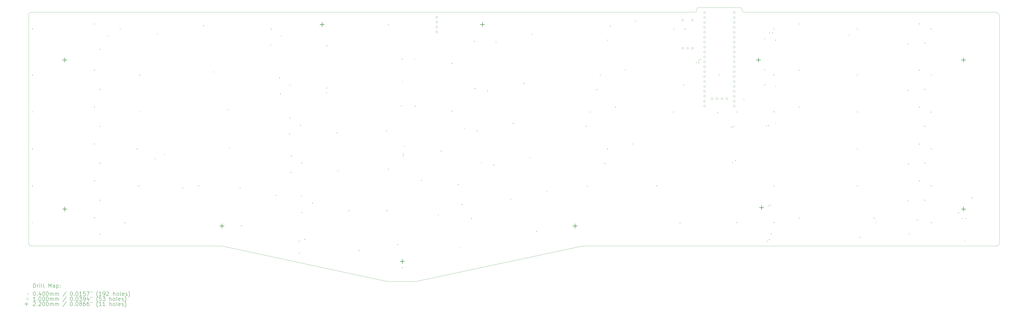
<source format=gbr>
%FSLAX45Y45*%
G04 Gerber Fmt 4.5, Leading zero omitted, Abs format (unit mm)*
G04 Created by KiCad (PCBNEW (6.0.1-0)) date 2022-06-21 10:21:53*
%MOMM*%
%LPD*%
G01*
G04 APERTURE LIST*
%TA.AperFunction,Profile*%
%ADD10C,0.100000*%
%TD*%
%ADD11C,0.200000*%
%ADD12C,0.040000*%
%ADD13C,0.100000*%
%ADD14C,0.220000*%
G04 APERTURE END LIST*
D10*
X208750Y-34766250D02*
X10001250Y-34766250D01*
X36779200Y-22542500D02*
G75*
G03*
X36699825Y-22463125I-79375J0D01*
G01*
X50035625Y-22939375D02*
G75*
G03*
X49797500Y-22701250I-238125J0D01*
G01*
X34448750Y-22621875D02*
X34448750Y-22542500D01*
X18494375Y-36591875D02*
X20002500Y-36591875D01*
X10001250Y-34766250D02*
X18494375Y-36591875D01*
X50035625Y-22939375D02*
X50035625Y-34607500D01*
X49876875Y-34766250D02*
X28575000Y-34766250D01*
X36779200Y-22621875D02*
G75*
G03*
X36858575Y-22701250I79375J0D01*
G01*
X208750Y-22701250D02*
X34369375Y-22701250D01*
X49876875Y-34766250D02*
G75*
G03*
X50035625Y-34607500I0J158750D01*
G01*
X34528125Y-22463125D02*
G75*
G03*
X34448750Y-22542500I0J-79375D01*
G01*
X208750Y-22701250D02*
G75*
G03*
X50000Y-22860000I0J-158750D01*
G01*
X34528125Y-22463125D02*
X36699825Y-22463125D01*
X50000Y-34607500D02*
G75*
G03*
X208750Y-34766250I158750J0D01*
G01*
X28575000Y-34766250D02*
X20002500Y-36591875D01*
X34369375Y-22701250D02*
G75*
G03*
X34448750Y-22621875I0J79375D01*
G01*
X36779200Y-22542500D02*
X36779200Y-22621875D01*
X36858575Y-22701250D02*
X49797500Y-22701250D01*
X50000Y-34607500D02*
X50000Y-22860000D01*
D11*
D12*
X227650Y-23538500D02*
X267650Y-23578500D01*
X267650Y-23538500D02*
X227650Y-23578500D01*
X227650Y-25926100D02*
X267650Y-25966100D01*
X267650Y-25926100D02*
X227650Y-25966100D01*
X227650Y-27818400D02*
X267650Y-27858400D01*
X267650Y-27818400D02*
X227650Y-27858400D01*
X227650Y-29736100D02*
X267650Y-29776100D01*
X267650Y-29736100D02*
X227650Y-29776100D01*
X227650Y-31641100D02*
X267650Y-31681100D01*
X267650Y-31641100D02*
X227650Y-31681100D01*
X227650Y-33533400D02*
X267650Y-33573400D01*
X267650Y-33533400D02*
X227650Y-33573400D01*
X3412810Y-23284500D02*
X3452810Y-23324500D01*
X3452810Y-23284500D02*
X3412810Y-23324500D01*
X3417890Y-25667020D02*
X3457890Y-25707020D01*
X3457890Y-25667020D02*
X3417890Y-25707020D01*
X3417890Y-27572020D02*
X3457890Y-27612020D01*
X3457890Y-27572020D02*
X3417890Y-27612020D01*
X3417890Y-29477020D02*
X3457890Y-29517020D01*
X3457890Y-29477020D02*
X3417890Y-29517020D01*
X3422970Y-31382020D02*
X3462970Y-31422020D01*
X3462970Y-31382020D02*
X3422970Y-31422020D01*
X3422970Y-33287020D02*
X3462970Y-33327020D01*
X3462970Y-33287020D02*
X3422970Y-33327020D01*
X3692210Y-26657620D02*
X3732210Y-26697620D01*
X3732210Y-26657620D02*
X3692210Y-26697620D01*
X3697290Y-24595140D02*
X3737290Y-24635140D01*
X3737290Y-24595140D02*
X3697290Y-24635140D01*
X3697290Y-28567700D02*
X3737290Y-28607700D01*
X3737290Y-28567700D02*
X3697290Y-28607700D01*
X3697290Y-30467620D02*
X3737290Y-30507620D01*
X3737290Y-30467620D02*
X3697290Y-30507620D01*
X3697290Y-32382780D02*
X3737290Y-32422780D01*
X3737290Y-32382780D02*
X3697290Y-32422780D01*
X3697290Y-34123950D02*
X3737290Y-34163950D01*
X3737290Y-34123950D02*
X3697290Y-34163950D01*
X4123375Y-23906800D02*
X4163375Y-23946800D01*
X4163375Y-23906800D02*
X4123375Y-23946800D01*
X4745675Y-23538500D02*
X4785675Y-23578500D01*
X4785675Y-23538500D02*
X4745675Y-23578500D01*
X4986975Y-33546100D02*
X5026975Y-33586100D01*
X5026975Y-33546100D02*
X4986975Y-33586100D01*
X5621975Y-29736100D02*
X5661975Y-29776100D01*
X5661975Y-29736100D02*
X5621975Y-29776100D01*
X5698175Y-31641100D02*
X5738175Y-31681100D01*
X5738175Y-31641100D02*
X5698175Y-31681100D01*
X5748975Y-25926100D02*
X5788975Y-25966100D01*
X5788975Y-25926100D02*
X5748975Y-25966100D01*
X5799775Y-27818400D02*
X5839775Y-27858400D01*
X5839775Y-27818400D02*
X5799775Y-27858400D01*
X6558837Y-30241162D02*
X6598837Y-30281162D01*
X6598837Y-30241162D02*
X6558837Y-30281162D01*
X6663375Y-23805200D02*
X6703375Y-23845200D01*
X6703375Y-23805200D02*
X6663375Y-23845200D01*
X7035402Y-30028200D02*
X7075402Y-30068200D01*
X7075402Y-30028200D02*
X7035402Y-30068200D01*
X7971475Y-31742700D02*
X8011475Y-31782700D01*
X8011475Y-31742700D02*
X7971475Y-31782700D01*
X8799913Y-31631337D02*
X8839913Y-31671337D01*
X8839913Y-31631337D02*
X8799913Y-31671337D01*
X9038275Y-23373400D02*
X9078275Y-23413400D01*
X9078275Y-23373400D02*
X9038275Y-23413400D01*
X9558975Y-25761000D02*
X9598975Y-25801000D01*
X9598975Y-25761000D02*
X9558975Y-25801000D01*
X10295575Y-27716800D02*
X10335575Y-27756800D01*
X10335575Y-27716800D02*
X10295575Y-27756800D01*
X10371775Y-29672600D02*
X10411775Y-29712600D01*
X10411775Y-29672600D02*
X10371775Y-29712600D01*
X10917875Y-31742700D02*
X10957875Y-31782700D01*
X10957875Y-31742700D02*
X10917875Y-31782700D01*
X10980284Y-33697409D02*
X11020284Y-33737409D01*
X11020284Y-33697409D02*
X10980284Y-33737409D01*
X12505375Y-24364000D02*
X12545375Y-24404000D01*
X12545375Y-24364000D02*
X12505375Y-24404000D01*
X12518075Y-23551200D02*
X12558075Y-23591200D01*
X12558075Y-23551200D02*
X12518075Y-23591200D01*
X12768137Y-32133075D02*
X12808137Y-32173075D01*
X12808137Y-32133075D02*
X12768137Y-32173075D01*
X12949875Y-26065800D02*
X12989875Y-26105800D01*
X12989875Y-26065800D02*
X12949875Y-26105800D01*
X12987975Y-26891300D02*
X13027975Y-26931300D01*
X13027975Y-26891300D02*
X12987975Y-26931300D01*
X13051475Y-23919500D02*
X13091475Y-23959500D01*
X13091475Y-23919500D02*
X13051475Y-23959500D01*
X13457875Y-28961400D02*
X13497875Y-29001400D01*
X13497875Y-28961400D02*
X13457875Y-29001400D01*
X13483275Y-28135900D02*
X13523275Y-28175900D01*
X13523275Y-28135900D02*
X13483275Y-28175900D01*
X13495975Y-26446800D02*
X13535975Y-26486800D01*
X13535975Y-26446800D02*
X13495975Y-26486800D01*
X13534075Y-30942600D02*
X13574075Y-30982600D01*
X13574075Y-30942600D02*
X13534075Y-30982600D01*
X13559475Y-30104400D02*
X13599475Y-30144400D01*
X13599475Y-30104400D02*
X13559475Y-30144400D01*
X13965875Y-34485900D02*
X14005875Y-34525900D01*
X14005875Y-34485900D02*
X13965875Y-34525900D01*
X13965875Y-35120900D02*
X14005875Y-35160900D01*
X14005875Y-35120900D02*
X13965875Y-35160900D01*
X14029375Y-28516900D02*
X14069375Y-28556900D01*
X14069375Y-28516900D02*
X14029375Y-28556900D01*
X14080175Y-32161800D02*
X14120175Y-32201800D01*
X14120175Y-32161800D02*
X14080175Y-32201800D01*
X14092875Y-30460000D02*
X14132875Y-30500000D01*
X14132875Y-30460000D02*
X14092875Y-30500000D01*
X14092875Y-33012700D02*
X14132875Y-33052700D01*
X14132875Y-33012700D02*
X14092875Y-33052700D01*
X14245275Y-34397000D02*
X14285275Y-34437000D01*
X14285275Y-34397000D02*
X14245275Y-34437000D01*
X14638975Y-32530100D02*
X14678975Y-32570100D01*
X14678975Y-32530100D02*
X14638975Y-32570100D01*
X15362875Y-26840500D02*
X15402875Y-26880500D01*
X15402875Y-26840500D02*
X15362875Y-26880500D01*
X15388275Y-24414800D02*
X15428275Y-24454800D01*
X15428275Y-24414800D02*
X15388275Y-24454800D01*
X15388275Y-26586500D02*
X15428275Y-26626500D01*
X15428275Y-26586500D02*
X15388275Y-26626500D01*
X15896275Y-28897900D02*
X15936275Y-28937900D01*
X15936275Y-28897900D02*
X15896275Y-28937900D01*
X15959775Y-30866400D02*
X15999775Y-30906400D01*
X15999775Y-30866400D02*
X15959775Y-30906400D01*
X16505875Y-32923800D02*
X16545875Y-32963800D01*
X16545875Y-32923800D02*
X16505875Y-32963800D01*
X17039275Y-34981200D02*
X17079275Y-35021200D01*
X17079275Y-34981200D02*
X17039275Y-35021200D01*
X18461675Y-28796300D02*
X18501675Y-28836300D01*
X18501675Y-28796300D02*
X18461675Y-28836300D01*
X18474375Y-32920625D02*
X18514375Y-32960625D01*
X18514375Y-32920625D02*
X18474375Y-32960625D01*
X18553750Y-23316250D02*
X18593750Y-23356250D01*
X18593750Y-23316250D02*
X18553750Y-23356250D01*
X18553750Y-30777500D02*
X18593750Y-30817500D01*
X18593750Y-30777500D02*
X18553750Y-30817500D01*
X19030000Y-34666875D02*
X19070000Y-34706875D01*
X19070000Y-34666875D02*
X19030000Y-34706875D01*
X19223675Y-27500900D02*
X19263675Y-27540900D01*
X19263675Y-27500900D02*
X19223675Y-27540900D01*
X19249075Y-25100600D02*
X19289075Y-25140600D01*
X19289075Y-25100600D02*
X19249075Y-25140600D01*
X19268125Y-26253125D02*
X19308125Y-26293125D01*
X19308125Y-26253125D02*
X19268125Y-26293125D01*
X19268125Y-35857500D02*
X19308125Y-35897500D01*
X19308125Y-35857500D02*
X19268125Y-35897500D01*
X19316325Y-30002800D02*
X19356325Y-30042800D01*
X19356325Y-30002800D02*
X19316325Y-30042800D01*
X19316325Y-30102750D02*
X19356325Y-30142750D01*
X19356325Y-30102750D02*
X19316325Y-30142750D01*
X19388775Y-29596400D02*
X19428775Y-29636400D01*
X19428775Y-29596400D02*
X19388775Y-29636400D01*
X19896775Y-25100600D02*
X19936775Y-25140600D01*
X19936775Y-25100600D02*
X19896775Y-25140600D01*
X19922175Y-27526300D02*
X19962175Y-27566300D01*
X19962175Y-27526300D02*
X19922175Y-27566300D01*
X20252375Y-31361700D02*
X20292375Y-31401700D01*
X20292375Y-31361700D02*
X20252375Y-31401700D01*
X21115975Y-33127000D02*
X21155975Y-33167000D01*
X21155975Y-33127000D02*
X21115975Y-33167000D01*
X21268375Y-29837700D02*
X21308375Y-29877700D01*
X21308375Y-29837700D02*
X21268375Y-29877700D01*
X21827175Y-25316500D02*
X21867175Y-25356500D01*
X21867175Y-25316500D02*
X21827175Y-25356500D01*
X21827175Y-27780300D02*
X21867175Y-27820300D01*
X21867175Y-27780300D02*
X21827175Y-27820300D01*
X22144675Y-31577600D02*
X22184675Y-31617600D01*
X22184675Y-31577600D02*
X22144675Y-31617600D01*
X22208175Y-34828800D02*
X22248175Y-34868800D01*
X22248175Y-34828800D02*
X22208175Y-34868800D01*
X22335175Y-32606300D02*
X22375175Y-32646300D01*
X22375175Y-32606300D02*
X22335175Y-32646300D01*
X22462175Y-28682000D02*
X22502175Y-28722000D01*
X22502175Y-28682000D02*
X22462175Y-28722000D01*
X22830475Y-33330200D02*
X22870475Y-33370200D01*
X22870475Y-33330200D02*
X22830475Y-33370200D01*
X22982875Y-24186200D02*
X23022875Y-24226200D01*
X23022875Y-24186200D02*
X22982875Y-24226200D01*
X23008275Y-26624600D02*
X23048275Y-26664600D01*
X23048275Y-26624600D02*
X23008275Y-26664600D01*
X23118428Y-28799296D02*
X23158428Y-28839296D01*
X23158428Y-28799296D02*
X23118428Y-28839296D01*
X23325775Y-30434600D02*
X23365775Y-30474600D01*
X23365775Y-30434600D02*
X23325775Y-30474600D01*
X23648414Y-26744039D02*
X23688414Y-26784039D01*
X23688414Y-26744039D02*
X23648414Y-26784039D01*
X23982028Y-30560786D02*
X24022028Y-30600786D01*
X24022028Y-30560786D02*
X23982028Y-30600786D01*
X24089739Y-24213564D02*
X24129739Y-24253564D01*
X24129739Y-24213564D02*
X24089739Y-24253564D01*
X24843088Y-32327356D02*
X24883088Y-32367356D01*
X24883088Y-32327356D02*
X24843088Y-32367356D01*
X24976775Y-28415300D02*
X25016775Y-28455300D01*
X25016775Y-28415300D02*
X24976775Y-28455300D01*
X25522875Y-26345200D02*
X25562875Y-26385200D01*
X25562875Y-26345200D02*
X25522875Y-26385200D01*
X25840375Y-30180600D02*
X25880375Y-30220600D01*
X25880375Y-30180600D02*
X25840375Y-30220600D01*
X25954675Y-23817900D02*
X25994675Y-23857900D01*
X25994675Y-23817900D02*
X25954675Y-23857900D01*
X26183275Y-33990600D02*
X26223275Y-34030600D01*
X26223275Y-33990600D02*
X26183275Y-34030600D01*
X26703975Y-31933200D02*
X26743975Y-31973200D01*
X26743975Y-31933200D02*
X26703975Y-31973200D01*
X28735975Y-28567700D02*
X28775975Y-28607700D01*
X28775975Y-28567700D02*
X28735975Y-28607700D01*
X28799475Y-31641100D02*
X28839475Y-31681100D01*
X28839475Y-31641100D02*
X28799475Y-31681100D01*
X28926475Y-27831100D02*
X28966475Y-27871100D01*
X28966475Y-27831100D02*
X28926475Y-27871100D01*
X29282075Y-26675400D02*
X29322075Y-26715400D01*
X29322075Y-26675400D02*
X29282075Y-26715400D01*
X29459875Y-25926100D02*
X29499875Y-25966100D01*
X29499875Y-25926100D02*
X29459875Y-25966100D01*
X29688475Y-30485400D02*
X29728475Y-30525400D01*
X29728475Y-30485400D02*
X29688475Y-30525400D01*
X29828175Y-29736100D02*
X29868175Y-29776100D01*
X29868175Y-29736100D02*
X29828175Y-29776100D01*
X29840875Y-24122700D02*
X29880875Y-24162700D01*
X29880875Y-24122700D02*
X29840875Y-24162700D01*
X29980575Y-23386100D02*
X30020575Y-23426100D01*
X30020575Y-23386100D02*
X29980575Y-23426100D01*
X30234575Y-27577100D02*
X30274575Y-27617100D01*
X30274575Y-27577100D02*
X30234575Y-27617100D01*
X30755275Y-25672100D02*
X30795275Y-25712100D01*
X30795275Y-25672100D02*
X30755275Y-25712100D01*
X31136275Y-29482100D02*
X31176275Y-29522100D01*
X31176275Y-29482100D02*
X31136275Y-29522100D01*
X31263275Y-23132100D02*
X31303275Y-23172100D01*
X31303275Y-23132100D02*
X31263275Y-23172100D01*
X32368175Y-31641100D02*
X32408175Y-31681100D01*
X32408175Y-31641100D02*
X32368175Y-31681100D01*
X33219075Y-27831100D02*
X33259075Y-27871100D01*
X33259075Y-27831100D02*
X33219075Y-27871100D01*
X33244000Y-23538500D02*
X33284000Y-23578500D01*
X33284000Y-23538500D02*
X33244000Y-23578500D01*
X33561975Y-33546100D02*
X33601975Y-33586100D01*
X33601975Y-33546100D02*
X33561975Y-33586100D01*
X33739775Y-26434100D02*
X33779775Y-26474100D01*
X33779775Y-26434100D02*
X33739775Y-26474100D01*
X33828675Y-23551200D02*
X33868675Y-23591200D01*
X33868675Y-23551200D02*
X33828675Y-23591200D01*
X34399745Y-25267944D02*
X34439745Y-25307944D01*
X34439745Y-25267944D02*
X34399745Y-25307944D01*
X34522152Y-25178040D02*
X34562152Y-25218040D01*
X34562152Y-25178040D02*
X34522152Y-25218040D01*
X34527175Y-25291100D02*
X34567175Y-25331100D01*
X34567175Y-25291100D02*
X34527175Y-25331100D01*
X34597122Y-25100600D02*
X34637122Y-25140600D01*
X34637122Y-25100600D02*
X34597122Y-25140600D01*
X35505075Y-27869200D02*
X35545075Y-27909200D01*
X35545075Y-27869200D02*
X35505075Y-27909200D01*
X35581275Y-25900700D02*
X35621275Y-25940700D01*
X35621275Y-25900700D02*
X35581275Y-25940700D01*
X36228975Y-28612306D02*
X36268975Y-28652306D01*
X36268975Y-28612306D02*
X36228975Y-28652306D01*
X36267075Y-30427402D02*
X36307075Y-30467402D01*
X36307075Y-30427402D02*
X36267075Y-30467402D01*
X36333321Y-28567354D02*
X36373321Y-28607354D01*
X36373321Y-28567354D02*
X36333321Y-28607354D01*
X36423225Y-30327454D02*
X36463225Y-30367454D01*
X36463225Y-30327454D02*
X36423225Y-30367454D01*
X36495675Y-27831100D02*
X36535675Y-27871100D01*
X36535675Y-27831100D02*
X36495675Y-27871100D01*
X36495675Y-33533400D02*
X36535675Y-33573400D01*
X36535675Y-33533400D02*
X36495675Y-33573400D01*
X36851275Y-27170700D02*
X36891275Y-27210700D01*
X36891275Y-27170700D02*
X36851275Y-27210700D01*
X37918075Y-24046500D02*
X37958075Y-24086500D01*
X37958075Y-24046500D02*
X37918075Y-24086500D01*
X37918075Y-25646700D02*
X37958075Y-25686700D01*
X37958075Y-25646700D02*
X37918075Y-25686700D01*
X37918075Y-26421400D02*
X37958075Y-26461400D01*
X37958075Y-26421400D02*
X37918075Y-26461400D01*
X38011774Y-28560587D02*
X38051774Y-28600587D01*
X38051774Y-28560587D02*
X38011774Y-28600587D01*
X38059425Y-34492450D02*
X38099425Y-34532450D01*
X38099425Y-34492450D02*
X38059425Y-34532450D01*
X38102431Y-32689844D02*
X38142431Y-32729844D01*
X38142431Y-32689844D02*
X38102431Y-32729844D01*
X38115355Y-28522820D02*
X38155355Y-28562820D01*
X38155355Y-28522820D02*
X38115355Y-28562820D01*
X38159375Y-34420000D02*
X38199375Y-34460000D01*
X38199375Y-34420000D02*
X38159375Y-34460000D01*
X38171645Y-23754830D02*
X38211645Y-23794830D01*
X38211645Y-23754830D02*
X38171645Y-23794830D01*
X38199289Y-32645354D02*
X38239289Y-32685354D01*
X38239289Y-32645354D02*
X38199289Y-32685354D01*
X38253355Y-34125220D02*
X38293355Y-34165220D01*
X38293355Y-34125220D02*
X38253355Y-34165220D01*
X38328225Y-23741700D02*
X38368225Y-23781700D01*
X38368225Y-23741700D02*
X38328225Y-23781700D01*
X38400675Y-23538500D02*
X38440675Y-23578500D01*
X38440675Y-23538500D02*
X38400675Y-23578500D01*
X38400675Y-25913400D02*
X38440675Y-25953400D01*
X38440675Y-25913400D02*
X38400675Y-25953400D01*
X38400675Y-27818400D02*
X38440675Y-27858400D01*
X38440675Y-27818400D02*
X38400675Y-27858400D01*
X38400675Y-31641100D02*
X38440675Y-31681100D01*
X38440675Y-31641100D02*
X38400675Y-31681100D01*
X38400675Y-33533400D02*
X38440675Y-33573400D01*
X38440675Y-33533400D02*
X38400675Y-33573400D01*
X38489575Y-24122700D02*
X38529575Y-24162700D01*
X38529575Y-24122700D02*
X38489575Y-24162700D01*
X38489575Y-26497600D02*
X38529575Y-26537600D01*
X38529575Y-26497600D02*
X38489575Y-26537600D01*
X38489575Y-28402600D02*
X38529575Y-28442600D01*
X38529575Y-28402600D02*
X38489575Y-28442600D01*
X39696075Y-23284500D02*
X39736075Y-23324500D01*
X39736075Y-23284500D02*
X39696075Y-23324500D01*
X39696075Y-25672100D02*
X39736075Y-25712100D01*
X39736075Y-25672100D02*
X39696075Y-25712100D01*
X39696075Y-27577100D02*
X39736075Y-27617100D01*
X39736075Y-27577100D02*
X39696075Y-27617100D01*
X39696075Y-33292100D02*
X39736075Y-33332100D01*
X39736075Y-33292100D02*
X39696075Y-33332100D01*
X42274175Y-23856000D02*
X42314175Y-23896000D01*
X42314175Y-23856000D02*
X42274175Y-23896000D01*
X42689625Y-25919750D02*
X42729625Y-25959750D01*
X42729625Y-25919750D02*
X42689625Y-25959750D01*
X42689625Y-27824750D02*
X42729625Y-27864750D01*
X42729625Y-27824750D02*
X42689625Y-27864750D01*
X42689625Y-29729750D02*
X42729625Y-29769750D01*
X42729625Y-29729750D02*
X42689625Y-29769750D01*
X42689625Y-31634750D02*
X42729625Y-31674750D01*
X42729625Y-31634750D02*
X42689625Y-31674750D01*
X42691450Y-23536675D02*
X42731450Y-23576675D01*
X42731450Y-23536675D02*
X42691450Y-23576675D01*
X42813925Y-34301750D02*
X42853925Y-34341750D01*
X42853925Y-34301750D02*
X42813925Y-34341750D01*
X43556875Y-33304800D02*
X43596875Y-33344800D01*
X43596875Y-33304800D02*
X43556875Y-33344800D01*
X43645775Y-33533400D02*
X43685775Y-33573400D01*
X43685775Y-33533400D02*
X43645775Y-33573400D01*
X45296775Y-26713500D02*
X45336775Y-26753500D01*
X45336775Y-26713500D02*
X45296775Y-26753500D01*
X45309475Y-24325900D02*
X45349475Y-24365900D01*
X45349475Y-24325900D02*
X45309475Y-24365900D01*
X45309475Y-32403100D02*
X45349475Y-32443100D01*
X45349475Y-32403100D02*
X45309475Y-32443100D01*
X45322175Y-30498100D02*
X45362175Y-30538100D01*
X45362175Y-30498100D02*
X45322175Y-30538100D01*
X45347575Y-34117600D02*
X45387575Y-34157600D01*
X45387575Y-34117600D02*
X45347575Y-34157600D01*
X45779375Y-33393700D02*
X45819375Y-33433700D01*
X45819375Y-33393700D02*
X45779375Y-33433700D01*
X45880975Y-23284500D02*
X45920975Y-23324500D01*
X45920975Y-23284500D02*
X45880975Y-23324500D01*
X45880975Y-25672100D02*
X45920975Y-25712100D01*
X45920975Y-25672100D02*
X45880975Y-25712100D01*
X45880975Y-27577100D02*
X45920975Y-27617100D01*
X45920975Y-27577100D02*
X45880975Y-27617100D01*
X45880975Y-29482100D02*
X45920975Y-29522100D01*
X45920975Y-29482100D02*
X45880975Y-29522100D01*
X45880975Y-31387100D02*
X45920975Y-31427100D01*
X45920975Y-31387100D02*
X45880975Y-31427100D01*
X46160375Y-24275100D02*
X46200375Y-24315100D01*
X46200375Y-24275100D02*
X46160375Y-24315100D01*
X46160375Y-26662700D02*
X46200375Y-26702700D01*
X46200375Y-26662700D02*
X46160375Y-26702700D01*
X46160375Y-28567700D02*
X46200375Y-28607700D01*
X46200375Y-28567700D02*
X46160375Y-28607700D01*
X46160375Y-30472700D02*
X46200375Y-30512700D01*
X46200375Y-30472700D02*
X46160375Y-30512700D01*
X46160375Y-32377700D02*
X46200375Y-32417700D01*
X46200375Y-32377700D02*
X46160375Y-32417700D01*
X46490575Y-23538500D02*
X46530575Y-23578500D01*
X46530575Y-23538500D02*
X46490575Y-23578500D01*
X46490575Y-25913400D02*
X46530575Y-25953400D01*
X46530575Y-25913400D02*
X46490575Y-25953400D01*
X46490575Y-27831100D02*
X46530575Y-27871100D01*
X46530575Y-27831100D02*
X46490575Y-27871100D01*
X46490575Y-31641100D02*
X46530575Y-31681100D01*
X46530575Y-31641100D02*
X46490575Y-31681100D01*
X46503275Y-29723400D02*
X46543275Y-29763400D01*
X46543275Y-29723400D02*
X46503275Y-29763400D01*
X46503275Y-33533400D02*
X46543275Y-33573400D01*
X46543275Y-33533400D02*
X46503275Y-33573400D01*
X47900275Y-33025848D02*
X47940275Y-33065848D01*
X47940275Y-33025848D02*
X47900275Y-33065848D01*
X48065625Y-33326250D02*
X48105625Y-33366250D01*
X48105625Y-33326250D02*
X48065625Y-33366250D01*
X48217775Y-34473200D02*
X48257775Y-34513200D01*
X48257775Y-34473200D02*
X48217775Y-34513200D01*
X48255625Y-33326250D02*
X48295625Y-33366250D01*
X48295625Y-33326250D02*
X48255625Y-33366250D01*
X48598775Y-32250700D02*
X48638775Y-32290700D01*
X48638775Y-32250700D02*
X48598775Y-32290700D01*
D13*
X21113575Y-22955250D02*
G75*
G03*
X21113575Y-22955250I-50000J0D01*
G01*
X21113575Y-23209250D02*
G75*
G03*
X21113575Y-23209250I-50000J0D01*
G01*
X21113575Y-23463250D02*
G75*
G03*
X21113575Y-23463250I-50000J0D01*
G01*
X21113575Y-23717250D02*
G75*
G03*
X21113575Y-23717250I-50000J0D01*
G01*
X33772500Y-23112500D02*
G75*
G03*
X33772500Y-23112500I-50000J0D01*
G01*
X33772500Y-24562500D02*
G75*
G03*
X33772500Y-24562500I-50000J0D01*
G01*
X34022500Y-24562500D02*
G75*
G03*
X34022500Y-24562500I-50000J0D01*
G01*
X34272500Y-23112500D02*
G75*
G03*
X34272500Y-23112500I-50000J0D01*
G01*
X34272500Y-24562500D02*
G75*
G03*
X34272500Y-24562500I-50000J0D01*
G01*
X34901975Y-22720300D02*
G75*
G03*
X34901975Y-22720300I-50000J0D01*
G01*
X34901975Y-22974300D02*
G75*
G03*
X34901975Y-22974300I-50000J0D01*
G01*
X34901975Y-23228300D02*
G75*
G03*
X34901975Y-23228300I-50000J0D01*
G01*
X34901975Y-23482300D02*
G75*
G03*
X34901975Y-23482300I-50000J0D01*
G01*
X34901975Y-23736300D02*
G75*
G03*
X34901975Y-23736300I-50000J0D01*
G01*
X34901975Y-23990300D02*
G75*
G03*
X34901975Y-23990300I-50000J0D01*
G01*
X34901975Y-24244300D02*
G75*
G03*
X34901975Y-24244300I-50000J0D01*
G01*
X34901975Y-24498300D02*
G75*
G03*
X34901975Y-24498300I-50000J0D01*
G01*
X34901975Y-24752300D02*
G75*
G03*
X34901975Y-24752300I-50000J0D01*
G01*
X34901975Y-25006300D02*
G75*
G03*
X34901975Y-25006300I-50000J0D01*
G01*
X34901975Y-25260300D02*
G75*
G03*
X34901975Y-25260300I-50000J0D01*
G01*
X34901975Y-25514300D02*
G75*
G03*
X34901975Y-25514300I-50000J0D01*
G01*
X34901975Y-25768300D02*
G75*
G03*
X34901975Y-25768300I-50000J0D01*
G01*
X34901975Y-26022300D02*
G75*
G03*
X34901975Y-26022300I-50000J0D01*
G01*
X34901975Y-26276300D02*
G75*
G03*
X34901975Y-26276300I-50000J0D01*
G01*
X34901975Y-26530300D02*
G75*
G03*
X34901975Y-26530300I-50000J0D01*
G01*
X34901975Y-26784300D02*
G75*
G03*
X34901975Y-26784300I-50000J0D01*
G01*
X34901975Y-27038300D02*
G75*
G03*
X34901975Y-27038300I-50000J0D01*
G01*
X34901975Y-27292300D02*
G75*
G03*
X34901975Y-27292300I-50000J0D01*
G01*
X34901975Y-27546300D02*
G75*
G03*
X34901975Y-27546300I-50000J0D01*
G01*
X35282775Y-27165200D02*
G75*
G03*
X35282775Y-27165200I-50000J0D01*
G01*
X35536775Y-27165200D02*
G75*
G03*
X35536775Y-27165200I-50000J0D01*
G01*
X35790775Y-27165200D02*
G75*
G03*
X35790775Y-27165200I-50000J0D01*
G01*
X36044775Y-27165200D02*
G75*
G03*
X36044775Y-27165200I-50000J0D01*
G01*
X36425975Y-22720300D02*
G75*
G03*
X36425975Y-22720300I-50000J0D01*
G01*
X36425975Y-22974300D02*
G75*
G03*
X36425975Y-22974300I-50000J0D01*
G01*
X36425975Y-23228300D02*
G75*
G03*
X36425975Y-23228300I-50000J0D01*
G01*
X36425975Y-23482300D02*
G75*
G03*
X36425975Y-23482300I-50000J0D01*
G01*
X36425975Y-23736300D02*
G75*
G03*
X36425975Y-23736300I-50000J0D01*
G01*
X36425975Y-23990300D02*
G75*
G03*
X36425975Y-23990300I-50000J0D01*
G01*
X36425975Y-24244300D02*
G75*
G03*
X36425975Y-24244300I-50000J0D01*
G01*
X36425975Y-24498300D02*
G75*
G03*
X36425975Y-24498300I-50000J0D01*
G01*
X36425975Y-24752300D02*
G75*
G03*
X36425975Y-24752300I-50000J0D01*
G01*
X36425975Y-25006300D02*
G75*
G03*
X36425975Y-25006300I-50000J0D01*
G01*
X36425975Y-25260300D02*
G75*
G03*
X36425975Y-25260300I-50000J0D01*
G01*
X36425975Y-25514300D02*
G75*
G03*
X36425975Y-25514300I-50000J0D01*
G01*
X36425975Y-25768300D02*
G75*
G03*
X36425975Y-25768300I-50000J0D01*
G01*
X36425975Y-26022300D02*
G75*
G03*
X36425975Y-26022300I-50000J0D01*
G01*
X36425975Y-26276300D02*
G75*
G03*
X36425975Y-26276300I-50000J0D01*
G01*
X36425975Y-26530300D02*
G75*
G03*
X36425975Y-26530300I-50000J0D01*
G01*
X36425975Y-26784300D02*
G75*
G03*
X36425975Y-26784300I-50000J0D01*
G01*
X36425975Y-27038300D02*
G75*
G03*
X36425975Y-27038300I-50000J0D01*
G01*
X36425975Y-27292300D02*
G75*
G03*
X36425975Y-27292300I-50000J0D01*
G01*
X36425975Y-27546300D02*
G75*
G03*
X36425975Y-27546300I-50000J0D01*
G01*
D14*
X1905000Y-25051875D02*
X1905000Y-25271875D01*
X1795000Y-25161875D02*
X2015000Y-25161875D01*
X1905000Y-32751250D02*
X1905000Y-32971250D01*
X1795000Y-32861250D02*
X2015000Y-32861250D01*
X10001250Y-33624375D02*
X10001250Y-33844375D01*
X9891250Y-33734375D02*
X10111250Y-33734375D01*
X15160625Y-23226250D02*
X15160625Y-23446250D01*
X15050625Y-23336250D02*
X15270625Y-23336250D01*
X19288125Y-35450000D02*
X19288125Y-35670000D01*
X19178125Y-35560000D02*
X19398125Y-35560000D01*
X23415625Y-23226250D02*
X23415625Y-23446250D01*
X23305625Y-23336250D02*
X23525625Y-23336250D01*
X28178125Y-33624375D02*
X28178125Y-33844375D01*
X28068125Y-33734375D02*
X28288125Y-33734375D01*
X37623750Y-25051875D02*
X37623750Y-25271875D01*
X37513750Y-25161875D02*
X37733750Y-25161875D01*
X37782500Y-32671875D02*
X37782500Y-32891875D01*
X37672500Y-32781875D02*
X37892500Y-32781875D01*
X48180625Y-25051875D02*
X48180625Y-25271875D01*
X48070625Y-25161875D02*
X48290625Y-25161875D01*
X48180625Y-32751250D02*
X48180625Y-32971250D01*
X48070625Y-32861250D02*
X48290625Y-32861250D01*
D11*
X302619Y-36907351D02*
X302619Y-36707351D01*
X350238Y-36707351D01*
X378809Y-36716875D01*
X397857Y-36735923D01*
X407381Y-36754970D01*
X416905Y-36793065D01*
X416905Y-36821637D01*
X407381Y-36859732D01*
X397857Y-36878780D01*
X378809Y-36897827D01*
X350238Y-36907351D01*
X302619Y-36907351D01*
X502619Y-36907351D02*
X502619Y-36774018D01*
X502619Y-36812113D02*
X512143Y-36793065D01*
X521667Y-36783542D01*
X540714Y-36774018D01*
X559762Y-36774018D01*
X626429Y-36907351D02*
X626429Y-36774018D01*
X626429Y-36707351D02*
X616905Y-36716875D01*
X626429Y-36726399D01*
X635952Y-36716875D01*
X626429Y-36707351D01*
X626429Y-36726399D01*
X750238Y-36907351D02*
X731190Y-36897827D01*
X721667Y-36878780D01*
X721667Y-36707351D01*
X855000Y-36907351D02*
X835952Y-36897827D01*
X826428Y-36878780D01*
X826428Y-36707351D01*
X1083571Y-36907351D02*
X1083571Y-36707351D01*
X1150238Y-36850208D01*
X1216905Y-36707351D01*
X1216905Y-36907351D01*
X1397857Y-36907351D02*
X1397857Y-36802589D01*
X1388333Y-36783542D01*
X1369286Y-36774018D01*
X1331190Y-36774018D01*
X1312143Y-36783542D01*
X1397857Y-36897827D02*
X1378810Y-36907351D01*
X1331190Y-36907351D01*
X1312143Y-36897827D01*
X1302619Y-36878780D01*
X1302619Y-36859732D01*
X1312143Y-36840685D01*
X1331190Y-36831161D01*
X1378810Y-36831161D01*
X1397857Y-36821637D01*
X1493095Y-36774018D02*
X1493095Y-36974018D01*
X1493095Y-36783542D02*
X1512143Y-36774018D01*
X1550238Y-36774018D01*
X1569286Y-36783542D01*
X1578809Y-36793065D01*
X1588333Y-36812113D01*
X1588333Y-36869256D01*
X1578809Y-36888304D01*
X1569286Y-36897827D01*
X1550238Y-36907351D01*
X1512143Y-36907351D01*
X1493095Y-36897827D01*
X1674048Y-36888304D02*
X1683571Y-36897827D01*
X1674048Y-36907351D01*
X1664524Y-36897827D01*
X1674048Y-36888304D01*
X1674048Y-36907351D01*
X1674048Y-36783542D02*
X1683571Y-36793065D01*
X1674048Y-36802589D01*
X1664524Y-36793065D01*
X1674048Y-36783542D01*
X1674048Y-36802589D01*
D12*
X5000Y-37216875D02*
X45000Y-37256875D01*
X45000Y-37216875D02*
X5000Y-37256875D01*
D11*
X340714Y-37127351D02*
X359762Y-37127351D01*
X378809Y-37136875D01*
X388333Y-37146399D01*
X397857Y-37165446D01*
X407381Y-37203542D01*
X407381Y-37251161D01*
X397857Y-37289256D01*
X388333Y-37308304D01*
X378809Y-37317827D01*
X359762Y-37327351D01*
X340714Y-37327351D01*
X321667Y-37317827D01*
X312143Y-37308304D01*
X302619Y-37289256D01*
X293095Y-37251161D01*
X293095Y-37203542D01*
X302619Y-37165446D01*
X312143Y-37146399D01*
X321667Y-37136875D01*
X340714Y-37127351D01*
X493095Y-37308304D02*
X502619Y-37317827D01*
X493095Y-37327351D01*
X483571Y-37317827D01*
X493095Y-37308304D01*
X493095Y-37327351D01*
X674048Y-37194018D02*
X674048Y-37327351D01*
X626429Y-37117827D02*
X578810Y-37260685D01*
X702619Y-37260685D01*
X816905Y-37127351D02*
X835952Y-37127351D01*
X855000Y-37136875D01*
X864524Y-37146399D01*
X874048Y-37165446D01*
X883571Y-37203542D01*
X883571Y-37251161D01*
X874048Y-37289256D01*
X864524Y-37308304D01*
X855000Y-37317827D01*
X835952Y-37327351D01*
X816905Y-37327351D01*
X797857Y-37317827D01*
X788333Y-37308304D01*
X778809Y-37289256D01*
X769286Y-37251161D01*
X769286Y-37203542D01*
X778809Y-37165446D01*
X788333Y-37146399D01*
X797857Y-37136875D01*
X816905Y-37127351D01*
X1007381Y-37127351D02*
X1026428Y-37127351D01*
X1045476Y-37136875D01*
X1055000Y-37146399D01*
X1064524Y-37165446D01*
X1074048Y-37203542D01*
X1074048Y-37251161D01*
X1064524Y-37289256D01*
X1055000Y-37308304D01*
X1045476Y-37317827D01*
X1026428Y-37327351D01*
X1007381Y-37327351D01*
X988333Y-37317827D01*
X978809Y-37308304D01*
X969286Y-37289256D01*
X959762Y-37251161D01*
X959762Y-37203542D01*
X969286Y-37165446D01*
X978809Y-37146399D01*
X988333Y-37136875D01*
X1007381Y-37127351D01*
X1159762Y-37327351D02*
X1159762Y-37194018D01*
X1159762Y-37213065D02*
X1169286Y-37203542D01*
X1188333Y-37194018D01*
X1216905Y-37194018D01*
X1235952Y-37203542D01*
X1245476Y-37222589D01*
X1245476Y-37327351D01*
X1245476Y-37222589D02*
X1255000Y-37203542D01*
X1274048Y-37194018D01*
X1302619Y-37194018D01*
X1321667Y-37203542D01*
X1331190Y-37222589D01*
X1331190Y-37327351D01*
X1426428Y-37327351D02*
X1426428Y-37194018D01*
X1426428Y-37213065D02*
X1435952Y-37203542D01*
X1455000Y-37194018D01*
X1483571Y-37194018D01*
X1502619Y-37203542D01*
X1512143Y-37222589D01*
X1512143Y-37327351D01*
X1512143Y-37222589D02*
X1521667Y-37203542D01*
X1540714Y-37194018D01*
X1569286Y-37194018D01*
X1588333Y-37203542D01*
X1597857Y-37222589D01*
X1597857Y-37327351D01*
X1988333Y-37117827D02*
X1816905Y-37374970D01*
X2245476Y-37127351D02*
X2264524Y-37127351D01*
X2283571Y-37136875D01*
X2293095Y-37146399D01*
X2302619Y-37165446D01*
X2312143Y-37203542D01*
X2312143Y-37251161D01*
X2302619Y-37289256D01*
X2293095Y-37308304D01*
X2283571Y-37317827D01*
X2264524Y-37327351D01*
X2245476Y-37327351D01*
X2226429Y-37317827D01*
X2216905Y-37308304D01*
X2207381Y-37289256D01*
X2197857Y-37251161D01*
X2197857Y-37203542D01*
X2207381Y-37165446D01*
X2216905Y-37146399D01*
X2226429Y-37136875D01*
X2245476Y-37127351D01*
X2397857Y-37308304D02*
X2407381Y-37317827D01*
X2397857Y-37327351D01*
X2388333Y-37317827D01*
X2397857Y-37308304D01*
X2397857Y-37327351D01*
X2531190Y-37127351D02*
X2550238Y-37127351D01*
X2569286Y-37136875D01*
X2578810Y-37146399D01*
X2588333Y-37165446D01*
X2597857Y-37203542D01*
X2597857Y-37251161D01*
X2588333Y-37289256D01*
X2578810Y-37308304D01*
X2569286Y-37317827D01*
X2550238Y-37327351D01*
X2531190Y-37327351D01*
X2512143Y-37317827D01*
X2502619Y-37308304D01*
X2493095Y-37289256D01*
X2483571Y-37251161D01*
X2483571Y-37203542D01*
X2493095Y-37165446D01*
X2502619Y-37146399D01*
X2512143Y-37136875D01*
X2531190Y-37127351D01*
X2788333Y-37327351D02*
X2674048Y-37327351D01*
X2731190Y-37327351D02*
X2731190Y-37127351D01*
X2712143Y-37155923D01*
X2693095Y-37174970D01*
X2674048Y-37184494D01*
X2969286Y-37127351D02*
X2874048Y-37127351D01*
X2864524Y-37222589D01*
X2874048Y-37213065D01*
X2893095Y-37203542D01*
X2940714Y-37203542D01*
X2959762Y-37213065D01*
X2969286Y-37222589D01*
X2978809Y-37241637D01*
X2978809Y-37289256D01*
X2969286Y-37308304D01*
X2959762Y-37317827D01*
X2940714Y-37327351D01*
X2893095Y-37327351D01*
X2874048Y-37317827D01*
X2864524Y-37308304D01*
X3045476Y-37127351D02*
X3178809Y-37127351D01*
X3093095Y-37327351D01*
X3245476Y-37127351D02*
X3245476Y-37165446D01*
X3321667Y-37127351D02*
X3321667Y-37165446D01*
X3616905Y-37403542D02*
X3607381Y-37394018D01*
X3588333Y-37365446D01*
X3578809Y-37346399D01*
X3569286Y-37317827D01*
X3559762Y-37270208D01*
X3559762Y-37232113D01*
X3569286Y-37184494D01*
X3578809Y-37155923D01*
X3588333Y-37136875D01*
X3607381Y-37108304D01*
X3616905Y-37098780D01*
X3797857Y-37327351D02*
X3683571Y-37327351D01*
X3740714Y-37327351D02*
X3740714Y-37127351D01*
X3721667Y-37155923D01*
X3702619Y-37174970D01*
X3683571Y-37184494D01*
X3893095Y-37327351D02*
X3931190Y-37327351D01*
X3950238Y-37317827D01*
X3959762Y-37308304D01*
X3978809Y-37279732D01*
X3988333Y-37241637D01*
X3988333Y-37165446D01*
X3978809Y-37146399D01*
X3969286Y-37136875D01*
X3950238Y-37127351D01*
X3912143Y-37127351D01*
X3893095Y-37136875D01*
X3883571Y-37146399D01*
X3874048Y-37165446D01*
X3874048Y-37213065D01*
X3883571Y-37232113D01*
X3893095Y-37241637D01*
X3912143Y-37251161D01*
X3950238Y-37251161D01*
X3969286Y-37241637D01*
X3978809Y-37232113D01*
X3988333Y-37213065D01*
X4064524Y-37146399D02*
X4074048Y-37136875D01*
X4093095Y-37127351D01*
X4140714Y-37127351D01*
X4159762Y-37136875D01*
X4169286Y-37146399D01*
X4178809Y-37165446D01*
X4178809Y-37184494D01*
X4169286Y-37213065D01*
X4055000Y-37327351D01*
X4178809Y-37327351D01*
X4416905Y-37327351D02*
X4416905Y-37127351D01*
X4502619Y-37327351D02*
X4502619Y-37222589D01*
X4493095Y-37203542D01*
X4474048Y-37194018D01*
X4445476Y-37194018D01*
X4426429Y-37203542D01*
X4416905Y-37213065D01*
X4626429Y-37327351D02*
X4607381Y-37317827D01*
X4597857Y-37308304D01*
X4588333Y-37289256D01*
X4588333Y-37232113D01*
X4597857Y-37213065D01*
X4607381Y-37203542D01*
X4626429Y-37194018D01*
X4655000Y-37194018D01*
X4674048Y-37203542D01*
X4683571Y-37213065D01*
X4693095Y-37232113D01*
X4693095Y-37289256D01*
X4683571Y-37308304D01*
X4674048Y-37317827D01*
X4655000Y-37327351D01*
X4626429Y-37327351D01*
X4807381Y-37327351D02*
X4788333Y-37317827D01*
X4778810Y-37298780D01*
X4778810Y-37127351D01*
X4959762Y-37317827D02*
X4940714Y-37327351D01*
X4902619Y-37327351D01*
X4883571Y-37317827D01*
X4874048Y-37298780D01*
X4874048Y-37222589D01*
X4883571Y-37203542D01*
X4902619Y-37194018D01*
X4940714Y-37194018D01*
X4959762Y-37203542D01*
X4969286Y-37222589D01*
X4969286Y-37241637D01*
X4874048Y-37260685D01*
X5045476Y-37317827D02*
X5064524Y-37327351D01*
X5102619Y-37327351D01*
X5121667Y-37317827D01*
X5131190Y-37298780D01*
X5131190Y-37289256D01*
X5121667Y-37270208D01*
X5102619Y-37260685D01*
X5074048Y-37260685D01*
X5055000Y-37251161D01*
X5045476Y-37232113D01*
X5045476Y-37222589D01*
X5055000Y-37203542D01*
X5074048Y-37194018D01*
X5102619Y-37194018D01*
X5121667Y-37203542D01*
X5197857Y-37403542D02*
X5207381Y-37394018D01*
X5226429Y-37365446D01*
X5235952Y-37346399D01*
X5245476Y-37317827D01*
X5255000Y-37270208D01*
X5255000Y-37232113D01*
X5245476Y-37184494D01*
X5235952Y-37155923D01*
X5226429Y-37136875D01*
X5207381Y-37108304D01*
X5197857Y-37098780D01*
D13*
X45000Y-37500875D02*
G75*
G03*
X45000Y-37500875I-50000J0D01*
G01*
D11*
X407381Y-37591351D02*
X293095Y-37591351D01*
X350238Y-37591351D02*
X350238Y-37391351D01*
X331190Y-37419923D01*
X312143Y-37438970D01*
X293095Y-37448494D01*
X493095Y-37572304D02*
X502619Y-37581827D01*
X493095Y-37591351D01*
X483571Y-37581827D01*
X493095Y-37572304D01*
X493095Y-37591351D01*
X626429Y-37391351D02*
X645476Y-37391351D01*
X664524Y-37400875D01*
X674048Y-37410399D01*
X683571Y-37429446D01*
X693095Y-37467542D01*
X693095Y-37515161D01*
X683571Y-37553256D01*
X674048Y-37572304D01*
X664524Y-37581827D01*
X645476Y-37591351D01*
X626429Y-37591351D01*
X607381Y-37581827D01*
X597857Y-37572304D01*
X588333Y-37553256D01*
X578810Y-37515161D01*
X578810Y-37467542D01*
X588333Y-37429446D01*
X597857Y-37410399D01*
X607381Y-37400875D01*
X626429Y-37391351D01*
X816905Y-37391351D02*
X835952Y-37391351D01*
X855000Y-37400875D01*
X864524Y-37410399D01*
X874048Y-37429446D01*
X883571Y-37467542D01*
X883571Y-37515161D01*
X874048Y-37553256D01*
X864524Y-37572304D01*
X855000Y-37581827D01*
X835952Y-37591351D01*
X816905Y-37591351D01*
X797857Y-37581827D01*
X788333Y-37572304D01*
X778809Y-37553256D01*
X769286Y-37515161D01*
X769286Y-37467542D01*
X778809Y-37429446D01*
X788333Y-37410399D01*
X797857Y-37400875D01*
X816905Y-37391351D01*
X1007381Y-37391351D02*
X1026428Y-37391351D01*
X1045476Y-37400875D01*
X1055000Y-37410399D01*
X1064524Y-37429446D01*
X1074048Y-37467542D01*
X1074048Y-37515161D01*
X1064524Y-37553256D01*
X1055000Y-37572304D01*
X1045476Y-37581827D01*
X1026428Y-37591351D01*
X1007381Y-37591351D01*
X988333Y-37581827D01*
X978809Y-37572304D01*
X969286Y-37553256D01*
X959762Y-37515161D01*
X959762Y-37467542D01*
X969286Y-37429446D01*
X978809Y-37410399D01*
X988333Y-37400875D01*
X1007381Y-37391351D01*
X1159762Y-37591351D02*
X1159762Y-37458018D01*
X1159762Y-37477065D02*
X1169286Y-37467542D01*
X1188333Y-37458018D01*
X1216905Y-37458018D01*
X1235952Y-37467542D01*
X1245476Y-37486589D01*
X1245476Y-37591351D01*
X1245476Y-37486589D02*
X1255000Y-37467542D01*
X1274048Y-37458018D01*
X1302619Y-37458018D01*
X1321667Y-37467542D01*
X1331190Y-37486589D01*
X1331190Y-37591351D01*
X1426428Y-37591351D02*
X1426428Y-37458018D01*
X1426428Y-37477065D02*
X1435952Y-37467542D01*
X1455000Y-37458018D01*
X1483571Y-37458018D01*
X1502619Y-37467542D01*
X1512143Y-37486589D01*
X1512143Y-37591351D01*
X1512143Y-37486589D02*
X1521667Y-37467542D01*
X1540714Y-37458018D01*
X1569286Y-37458018D01*
X1588333Y-37467542D01*
X1597857Y-37486589D01*
X1597857Y-37591351D01*
X1988333Y-37381827D02*
X1816905Y-37638970D01*
X2245476Y-37391351D02*
X2264524Y-37391351D01*
X2283571Y-37400875D01*
X2293095Y-37410399D01*
X2302619Y-37429446D01*
X2312143Y-37467542D01*
X2312143Y-37515161D01*
X2302619Y-37553256D01*
X2293095Y-37572304D01*
X2283571Y-37581827D01*
X2264524Y-37591351D01*
X2245476Y-37591351D01*
X2226429Y-37581827D01*
X2216905Y-37572304D01*
X2207381Y-37553256D01*
X2197857Y-37515161D01*
X2197857Y-37467542D01*
X2207381Y-37429446D01*
X2216905Y-37410399D01*
X2226429Y-37400875D01*
X2245476Y-37391351D01*
X2397857Y-37572304D02*
X2407381Y-37581827D01*
X2397857Y-37591351D01*
X2388333Y-37581827D01*
X2397857Y-37572304D01*
X2397857Y-37591351D01*
X2531190Y-37391351D02*
X2550238Y-37391351D01*
X2569286Y-37400875D01*
X2578810Y-37410399D01*
X2588333Y-37429446D01*
X2597857Y-37467542D01*
X2597857Y-37515161D01*
X2588333Y-37553256D01*
X2578810Y-37572304D01*
X2569286Y-37581827D01*
X2550238Y-37591351D01*
X2531190Y-37591351D01*
X2512143Y-37581827D01*
X2502619Y-37572304D01*
X2493095Y-37553256D01*
X2483571Y-37515161D01*
X2483571Y-37467542D01*
X2493095Y-37429446D01*
X2502619Y-37410399D01*
X2512143Y-37400875D01*
X2531190Y-37391351D01*
X2664524Y-37391351D02*
X2788333Y-37391351D01*
X2721667Y-37467542D01*
X2750238Y-37467542D01*
X2769286Y-37477065D01*
X2778810Y-37486589D01*
X2788333Y-37505637D01*
X2788333Y-37553256D01*
X2778810Y-37572304D01*
X2769286Y-37581827D01*
X2750238Y-37591351D01*
X2693095Y-37591351D01*
X2674048Y-37581827D01*
X2664524Y-37572304D01*
X2883571Y-37591351D02*
X2921667Y-37591351D01*
X2940714Y-37581827D01*
X2950238Y-37572304D01*
X2969286Y-37543732D01*
X2978809Y-37505637D01*
X2978809Y-37429446D01*
X2969286Y-37410399D01*
X2959762Y-37400875D01*
X2940714Y-37391351D01*
X2902619Y-37391351D01*
X2883571Y-37400875D01*
X2874048Y-37410399D01*
X2864524Y-37429446D01*
X2864524Y-37477065D01*
X2874048Y-37496113D01*
X2883571Y-37505637D01*
X2902619Y-37515161D01*
X2940714Y-37515161D01*
X2959762Y-37505637D01*
X2969286Y-37496113D01*
X2978809Y-37477065D01*
X3150238Y-37458018D02*
X3150238Y-37591351D01*
X3102619Y-37381827D02*
X3055000Y-37524685D01*
X3178809Y-37524685D01*
X3245476Y-37391351D02*
X3245476Y-37429446D01*
X3321667Y-37391351D02*
X3321667Y-37429446D01*
X3616905Y-37667542D02*
X3607381Y-37658018D01*
X3588333Y-37629446D01*
X3578809Y-37610399D01*
X3569286Y-37581827D01*
X3559762Y-37534208D01*
X3559762Y-37496113D01*
X3569286Y-37448494D01*
X3578809Y-37419923D01*
X3588333Y-37400875D01*
X3607381Y-37372304D01*
X3616905Y-37362780D01*
X3788333Y-37391351D02*
X3693095Y-37391351D01*
X3683571Y-37486589D01*
X3693095Y-37477065D01*
X3712143Y-37467542D01*
X3759762Y-37467542D01*
X3778809Y-37477065D01*
X3788333Y-37486589D01*
X3797857Y-37505637D01*
X3797857Y-37553256D01*
X3788333Y-37572304D01*
X3778809Y-37581827D01*
X3759762Y-37591351D01*
X3712143Y-37591351D01*
X3693095Y-37581827D01*
X3683571Y-37572304D01*
X3864524Y-37391351D02*
X3988333Y-37391351D01*
X3921667Y-37467542D01*
X3950238Y-37467542D01*
X3969286Y-37477065D01*
X3978809Y-37486589D01*
X3988333Y-37505637D01*
X3988333Y-37553256D01*
X3978809Y-37572304D01*
X3969286Y-37581827D01*
X3950238Y-37591351D01*
X3893095Y-37591351D01*
X3874048Y-37581827D01*
X3864524Y-37572304D01*
X4226429Y-37591351D02*
X4226429Y-37391351D01*
X4312143Y-37591351D02*
X4312143Y-37486589D01*
X4302619Y-37467542D01*
X4283571Y-37458018D01*
X4255000Y-37458018D01*
X4235952Y-37467542D01*
X4226429Y-37477065D01*
X4435952Y-37591351D02*
X4416905Y-37581827D01*
X4407381Y-37572304D01*
X4397857Y-37553256D01*
X4397857Y-37496113D01*
X4407381Y-37477065D01*
X4416905Y-37467542D01*
X4435952Y-37458018D01*
X4464524Y-37458018D01*
X4483571Y-37467542D01*
X4493095Y-37477065D01*
X4502619Y-37496113D01*
X4502619Y-37553256D01*
X4493095Y-37572304D01*
X4483571Y-37581827D01*
X4464524Y-37591351D01*
X4435952Y-37591351D01*
X4616905Y-37591351D02*
X4597857Y-37581827D01*
X4588333Y-37562780D01*
X4588333Y-37391351D01*
X4769286Y-37581827D02*
X4750238Y-37591351D01*
X4712143Y-37591351D01*
X4693095Y-37581827D01*
X4683571Y-37562780D01*
X4683571Y-37486589D01*
X4693095Y-37467542D01*
X4712143Y-37458018D01*
X4750238Y-37458018D01*
X4769286Y-37467542D01*
X4778810Y-37486589D01*
X4778810Y-37505637D01*
X4683571Y-37524685D01*
X4855000Y-37581827D02*
X4874048Y-37591351D01*
X4912143Y-37591351D01*
X4931190Y-37581827D01*
X4940714Y-37562780D01*
X4940714Y-37553256D01*
X4931190Y-37534208D01*
X4912143Y-37524685D01*
X4883571Y-37524685D01*
X4864524Y-37515161D01*
X4855000Y-37496113D01*
X4855000Y-37486589D01*
X4864524Y-37467542D01*
X4883571Y-37458018D01*
X4912143Y-37458018D01*
X4931190Y-37467542D01*
X5007381Y-37667542D02*
X5016905Y-37658018D01*
X5035952Y-37629446D01*
X5045476Y-37610399D01*
X5055000Y-37581827D01*
X5064524Y-37534208D01*
X5064524Y-37496113D01*
X5055000Y-37448494D01*
X5045476Y-37419923D01*
X5035952Y-37400875D01*
X5016905Y-37372304D01*
X5007381Y-37362780D01*
X-55000Y-37664875D02*
X-55000Y-37864875D01*
X-155000Y-37764875D02*
X45000Y-37764875D01*
X293095Y-37674399D02*
X302619Y-37664875D01*
X321667Y-37655351D01*
X369286Y-37655351D01*
X388333Y-37664875D01*
X397857Y-37674399D01*
X407381Y-37693446D01*
X407381Y-37712494D01*
X397857Y-37741065D01*
X283571Y-37855351D01*
X407381Y-37855351D01*
X493095Y-37836304D02*
X502619Y-37845827D01*
X493095Y-37855351D01*
X483571Y-37845827D01*
X493095Y-37836304D01*
X493095Y-37855351D01*
X578810Y-37674399D02*
X588333Y-37664875D01*
X607381Y-37655351D01*
X655000Y-37655351D01*
X674048Y-37664875D01*
X683571Y-37674399D01*
X693095Y-37693446D01*
X693095Y-37712494D01*
X683571Y-37741065D01*
X569286Y-37855351D01*
X693095Y-37855351D01*
X816905Y-37655351D02*
X835952Y-37655351D01*
X855000Y-37664875D01*
X864524Y-37674399D01*
X874048Y-37693446D01*
X883571Y-37731542D01*
X883571Y-37779161D01*
X874048Y-37817256D01*
X864524Y-37836304D01*
X855000Y-37845827D01*
X835952Y-37855351D01*
X816905Y-37855351D01*
X797857Y-37845827D01*
X788333Y-37836304D01*
X778809Y-37817256D01*
X769286Y-37779161D01*
X769286Y-37731542D01*
X778809Y-37693446D01*
X788333Y-37674399D01*
X797857Y-37664875D01*
X816905Y-37655351D01*
X1007381Y-37655351D02*
X1026428Y-37655351D01*
X1045476Y-37664875D01*
X1055000Y-37674399D01*
X1064524Y-37693446D01*
X1074048Y-37731542D01*
X1074048Y-37779161D01*
X1064524Y-37817256D01*
X1055000Y-37836304D01*
X1045476Y-37845827D01*
X1026428Y-37855351D01*
X1007381Y-37855351D01*
X988333Y-37845827D01*
X978809Y-37836304D01*
X969286Y-37817256D01*
X959762Y-37779161D01*
X959762Y-37731542D01*
X969286Y-37693446D01*
X978809Y-37674399D01*
X988333Y-37664875D01*
X1007381Y-37655351D01*
X1159762Y-37855351D02*
X1159762Y-37722018D01*
X1159762Y-37741065D02*
X1169286Y-37731542D01*
X1188333Y-37722018D01*
X1216905Y-37722018D01*
X1235952Y-37731542D01*
X1245476Y-37750589D01*
X1245476Y-37855351D01*
X1245476Y-37750589D02*
X1255000Y-37731542D01*
X1274048Y-37722018D01*
X1302619Y-37722018D01*
X1321667Y-37731542D01*
X1331190Y-37750589D01*
X1331190Y-37855351D01*
X1426428Y-37855351D02*
X1426428Y-37722018D01*
X1426428Y-37741065D02*
X1435952Y-37731542D01*
X1455000Y-37722018D01*
X1483571Y-37722018D01*
X1502619Y-37731542D01*
X1512143Y-37750589D01*
X1512143Y-37855351D01*
X1512143Y-37750589D02*
X1521667Y-37731542D01*
X1540714Y-37722018D01*
X1569286Y-37722018D01*
X1588333Y-37731542D01*
X1597857Y-37750589D01*
X1597857Y-37855351D01*
X1988333Y-37645827D02*
X1816905Y-37902970D01*
X2245476Y-37655351D02*
X2264524Y-37655351D01*
X2283571Y-37664875D01*
X2293095Y-37674399D01*
X2302619Y-37693446D01*
X2312143Y-37731542D01*
X2312143Y-37779161D01*
X2302619Y-37817256D01*
X2293095Y-37836304D01*
X2283571Y-37845827D01*
X2264524Y-37855351D01*
X2245476Y-37855351D01*
X2226429Y-37845827D01*
X2216905Y-37836304D01*
X2207381Y-37817256D01*
X2197857Y-37779161D01*
X2197857Y-37731542D01*
X2207381Y-37693446D01*
X2216905Y-37674399D01*
X2226429Y-37664875D01*
X2245476Y-37655351D01*
X2397857Y-37836304D02*
X2407381Y-37845827D01*
X2397857Y-37855351D01*
X2388333Y-37845827D01*
X2397857Y-37836304D01*
X2397857Y-37855351D01*
X2531190Y-37655351D02*
X2550238Y-37655351D01*
X2569286Y-37664875D01*
X2578810Y-37674399D01*
X2588333Y-37693446D01*
X2597857Y-37731542D01*
X2597857Y-37779161D01*
X2588333Y-37817256D01*
X2578810Y-37836304D01*
X2569286Y-37845827D01*
X2550238Y-37855351D01*
X2531190Y-37855351D01*
X2512143Y-37845827D01*
X2502619Y-37836304D01*
X2493095Y-37817256D01*
X2483571Y-37779161D01*
X2483571Y-37731542D01*
X2493095Y-37693446D01*
X2502619Y-37674399D01*
X2512143Y-37664875D01*
X2531190Y-37655351D01*
X2712143Y-37741065D02*
X2693095Y-37731542D01*
X2683571Y-37722018D01*
X2674048Y-37702970D01*
X2674048Y-37693446D01*
X2683571Y-37674399D01*
X2693095Y-37664875D01*
X2712143Y-37655351D01*
X2750238Y-37655351D01*
X2769286Y-37664875D01*
X2778810Y-37674399D01*
X2788333Y-37693446D01*
X2788333Y-37702970D01*
X2778810Y-37722018D01*
X2769286Y-37731542D01*
X2750238Y-37741065D01*
X2712143Y-37741065D01*
X2693095Y-37750589D01*
X2683571Y-37760113D01*
X2674048Y-37779161D01*
X2674048Y-37817256D01*
X2683571Y-37836304D01*
X2693095Y-37845827D01*
X2712143Y-37855351D01*
X2750238Y-37855351D01*
X2769286Y-37845827D01*
X2778810Y-37836304D01*
X2788333Y-37817256D01*
X2788333Y-37779161D01*
X2778810Y-37760113D01*
X2769286Y-37750589D01*
X2750238Y-37741065D01*
X2959762Y-37655351D02*
X2921667Y-37655351D01*
X2902619Y-37664875D01*
X2893095Y-37674399D01*
X2874048Y-37702970D01*
X2864524Y-37741065D01*
X2864524Y-37817256D01*
X2874048Y-37836304D01*
X2883571Y-37845827D01*
X2902619Y-37855351D01*
X2940714Y-37855351D01*
X2959762Y-37845827D01*
X2969286Y-37836304D01*
X2978809Y-37817256D01*
X2978809Y-37769637D01*
X2969286Y-37750589D01*
X2959762Y-37741065D01*
X2940714Y-37731542D01*
X2902619Y-37731542D01*
X2883571Y-37741065D01*
X2874048Y-37750589D01*
X2864524Y-37769637D01*
X3150238Y-37655351D02*
X3112143Y-37655351D01*
X3093095Y-37664875D01*
X3083571Y-37674399D01*
X3064524Y-37702970D01*
X3055000Y-37741065D01*
X3055000Y-37817256D01*
X3064524Y-37836304D01*
X3074048Y-37845827D01*
X3093095Y-37855351D01*
X3131190Y-37855351D01*
X3150238Y-37845827D01*
X3159762Y-37836304D01*
X3169286Y-37817256D01*
X3169286Y-37769637D01*
X3159762Y-37750589D01*
X3150238Y-37741065D01*
X3131190Y-37731542D01*
X3093095Y-37731542D01*
X3074048Y-37741065D01*
X3064524Y-37750589D01*
X3055000Y-37769637D01*
X3245476Y-37655351D02*
X3245476Y-37693446D01*
X3321667Y-37655351D02*
X3321667Y-37693446D01*
X3616905Y-37931542D02*
X3607381Y-37922018D01*
X3588333Y-37893446D01*
X3578809Y-37874399D01*
X3569286Y-37845827D01*
X3559762Y-37798208D01*
X3559762Y-37760113D01*
X3569286Y-37712494D01*
X3578809Y-37683923D01*
X3588333Y-37664875D01*
X3607381Y-37636304D01*
X3616905Y-37626780D01*
X3797857Y-37855351D02*
X3683571Y-37855351D01*
X3740714Y-37855351D02*
X3740714Y-37655351D01*
X3721667Y-37683923D01*
X3702619Y-37702970D01*
X3683571Y-37712494D01*
X3988333Y-37855351D02*
X3874048Y-37855351D01*
X3931190Y-37855351D02*
X3931190Y-37655351D01*
X3912143Y-37683923D01*
X3893095Y-37702970D01*
X3874048Y-37712494D01*
X4226429Y-37855351D02*
X4226429Y-37655351D01*
X4312143Y-37855351D02*
X4312143Y-37750589D01*
X4302619Y-37731542D01*
X4283571Y-37722018D01*
X4255000Y-37722018D01*
X4235952Y-37731542D01*
X4226429Y-37741065D01*
X4435952Y-37855351D02*
X4416905Y-37845827D01*
X4407381Y-37836304D01*
X4397857Y-37817256D01*
X4397857Y-37760113D01*
X4407381Y-37741065D01*
X4416905Y-37731542D01*
X4435952Y-37722018D01*
X4464524Y-37722018D01*
X4483571Y-37731542D01*
X4493095Y-37741065D01*
X4502619Y-37760113D01*
X4502619Y-37817256D01*
X4493095Y-37836304D01*
X4483571Y-37845827D01*
X4464524Y-37855351D01*
X4435952Y-37855351D01*
X4616905Y-37855351D02*
X4597857Y-37845827D01*
X4588333Y-37826780D01*
X4588333Y-37655351D01*
X4769286Y-37845827D02*
X4750238Y-37855351D01*
X4712143Y-37855351D01*
X4693095Y-37845827D01*
X4683571Y-37826780D01*
X4683571Y-37750589D01*
X4693095Y-37731542D01*
X4712143Y-37722018D01*
X4750238Y-37722018D01*
X4769286Y-37731542D01*
X4778810Y-37750589D01*
X4778810Y-37769637D01*
X4683571Y-37788685D01*
X4855000Y-37845827D02*
X4874048Y-37855351D01*
X4912143Y-37855351D01*
X4931190Y-37845827D01*
X4940714Y-37826780D01*
X4940714Y-37817256D01*
X4931190Y-37798208D01*
X4912143Y-37788685D01*
X4883571Y-37788685D01*
X4864524Y-37779161D01*
X4855000Y-37760113D01*
X4855000Y-37750589D01*
X4864524Y-37731542D01*
X4883571Y-37722018D01*
X4912143Y-37722018D01*
X4931190Y-37731542D01*
X5007381Y-37931542D02*
X5016905Y-37922018D01*
X5035952Y-37893446D01*
X5045476Y-37874399D01*
X5055000Y-37845827D01*
X5064524Y-37798208D01*
X5064524Y-37760113D01*
X5055000Y-37712494D01*
X5045476Y-37683923D01*
X5035952Y-37664875D01*
X5016905Y-37636304D01*
X5007381Y-37626780D01*
M02*

</source>
